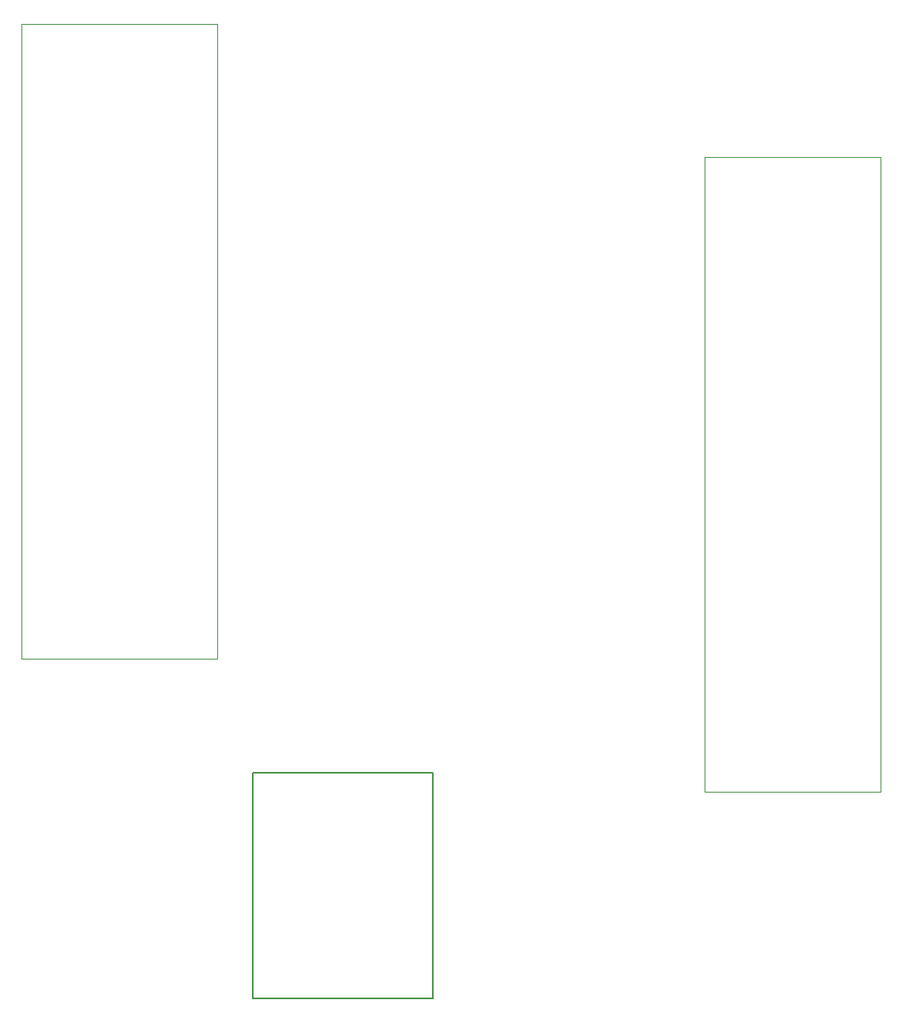
<source format=gm1>
G04 #@! TF.GenerationSoftware,KiCad,Pcbnew,9.0.2*
G04 #@! TF.CreationDate,2025-07-09T03:35:45-04:00*
G04 #@! TF.ProjectId,FBT,4642542e-6b69-4636-9164-5f7063625858,rev?*
G04 #@! TF.SameCoordinates,Original*
G04 #@! TF.FileFunction,Profile,NP*
%FSLAX46Y46*%
G04 Gerber Fmt 4.6, Leading zero omitted, Abs format (unit mm)*
G04 Created by KiCad (PCBNEW 9.0.2) date 2025-07-09 03:35:45*
%MOMM*%
%LPD*%
G01*
G04 APERTURE LIST*
G04 #@! TA.AperFunction,Profile*
%ADD10C,0.050000*%
G04 #@! TD*
G04 #@! TA.AperFunction,Profile*
%ADD11C,0.200000*%
G04 #@! TD*
G04 APERTURE END LIST*
D10*
X161500000Y-60700000D02*
X179500000Y-60700000D01*
X179500000Y-125700000D01*
X161500000Y-125700000D01*
X161500000Y-60700000D01*
D11*
X115170101Y-123819412D02*
X133670101Y-123819412D01*
X133670101Y-146919412D01*
X115170101Y-146919412D01*
X115170101Y-123819412D01*
D10*
X91500000Y-47100000D02*
X111500000Y-47100000D01*
X111500000Y-112100000D01*
X91500000Y-112100000D01*
X91500000Y-47100000D01*
M02*

</source>
